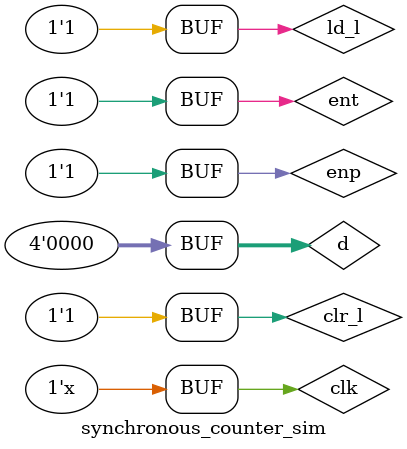
<source format=v>
`timescale 1ns / 1ps


module synchronous_counter_sim;
    reg clk = 0;
    reg clr_l = 1;
    reg ld_l = 1;
    reg enp = 1;
    reg ent = 1;
    
    reg [3:0] d = 0;
    wire [3:0] q;
    wire rco;
    
    synchronous_counter uut(clk,clr_l,ld_l,enp,ent,d,q,rco);
    always #10 clk=~clk;
endmodule

</source>
